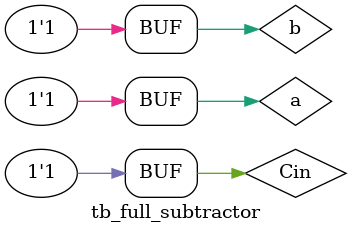
<source format=v>
module tb_full_subtractor;
    reg a,b,Cin;
    wire B,D;
    full_subtarctor FS(a,b,Cin,B,D);
    initial begin
        $monitor("At time %0h: a=%b,b%b,Cin=%b,Difference=%b,Borrow=%b",$time,a,b,Cin,B,D);
        a=0;b=0;Cin=0;#1;
        a=0;b=0;Cin=1;#1;
        a=0;b=1;Cin=0;#1;
        a=0;b=1;Cin=1;#1;
        a=1;b=0;Cin=0;#1;
        a=1;b=0;Cin=1;#1;
        a=1;b=1;Cin=0;#1;
        a=1;b=1;Cin=1;#1;
    end
endmodule

</source>
